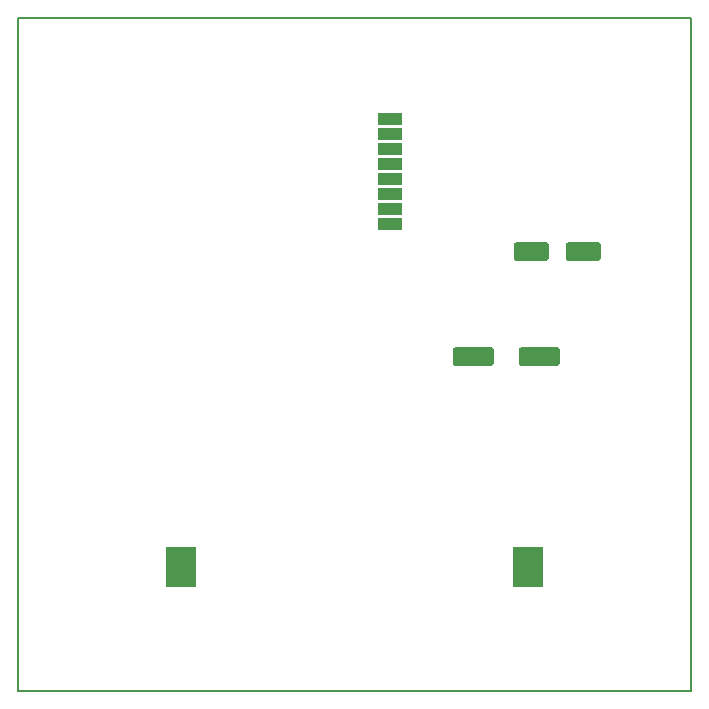
<source format=gbp>
G04 #@! TF.GenerationSoftware,KiCad,Pcbnew,5.1.6-c6e7f7d~87~ubuntu18.04.1*
G04 #@! TF.CreationDate,2020-07-15T21:48:52+02:00*
G04 #@! TF.ProjectId,BT-Pcb-328P,42542d50-6362-42d3-9332-38502e6b6963,3.0*
G04 #@! TF.SameCoordinates,Original*
G04 #@! TF.FileFunction,Paste,Bot*
G04 #@! TF.FilePolarity,Positive*
%FSLAX46Y46*%
G04 Gerber Fmt 4.6, Leading zero omitted, Abs format (unit mm)*
G04 Created by KiCad (PCBNEW 5.1.6-c6e7f7d~87~ubuntu18.04.1) date 2020-07-15 21:48:52*
%MOMM*%
%LPD*%
G01*
G04 APERTURE LIST*
G04 #@! TA.AperFunction,Profile*
%ADD10C,0.150000*%
G04 #@! TD*
%ADD11R,2.000000X1.000000*%
%ADD12R,2.540000X3.510000*%
G04 APERTURE END LIST*
D10*
X184040000Y-138320000D02*
X184040000Y-81320000D01*
X127040000Y-138320000D02*
X127040000Y-81320000D01*
X127040000Y-138320000D02*
X184040000Y-138320000D01*
X127040000Y-81320000D02*
X184040000Y-81320000D01*
D11*
X158560000Y-89834000D03*
X158560000Y-91104000D03*
X158560000Y-92374000D03*
X158560000Y-93644000D03*
X158560000Y-94914000D03*
X158560000Y-96184000D03*
X158560000Y-97454000D03*
X158560000Y-98724000D03*
G36*
G01*
X169020000Y-101642000D02*
X169020000Y-100542000D01*
G75*
G02*
X169270000Y-100292000I250000J0D01*
G01*
X171770000Y-100292000D01*
G75*
G02*
X172020000Y-100542000I0J-250000D01*
G01*
X172020000Y-101642000D01*
G75*
G02*
X171770000Y-101892000I-250000J0D01*
G01*
X169270000Y-101892000D01*
G75*
G02*
X169020000Y-101642000I0J250000D01*
G01*
G37*
G36*
G01*
X173420000Y-101642000D02*
X173420000Y-100542000D01*
G75*
G02*
X173670000Y-100292000I250000J0D01*
G01*
X176170000Y-100292000D01*
G75*
G02*
X176420000Y-100542000I0J-250000D01*
G01*
X176420000Y-101642000D01*
G75*
G02*
X176170000Y-101892000I-250000J0D01*
G01*
X173670000Y-101892000D01*
G75*
G02*
X173420000Y-101642000I0J250000D01*
G01*
G37*
G36*
G01*
X163852000Y-110532000D02*
X163852000Y-109432000D01*
G75*
G02*
X164102000Y-109182000I250000J0D01*
G01*
X167102000Y-109182000D01*
G75*
G02*
X167352000Y-109432000I0J-250000D01*
G01*
X167352000Y-110532000D01*
G75*
G02*
X167102000Y-110782000I-250000J0D01*
G01*
X164102000Y-110782000D01*
G75*
G02*
X163852000Y-110532000I0J250000D01*
G01*
G37*
G36*
G01*
X169452000Y-110532000D02*
X169452000Y-109432000D01*
G75*
G02*
X169702000Y-109182000I250000J0D01*
G01*
X172702000Y-109182000D01*
G75*
G02*
X172952000Y-109432000I0J-250000D01*
G01*
X172952000Y-110532000D01*
G75*
G02*
X172702000Y-110782000I-250000J0D01*
G01*
X169702000Y-110782000D01*
G75*
G02*
X169452000Y-110532000I0J250000D01*
G01*
G37*
D12*
X170220000Y-127838000D03*
X140860000Y-127838000D03*
M02*

</source>
